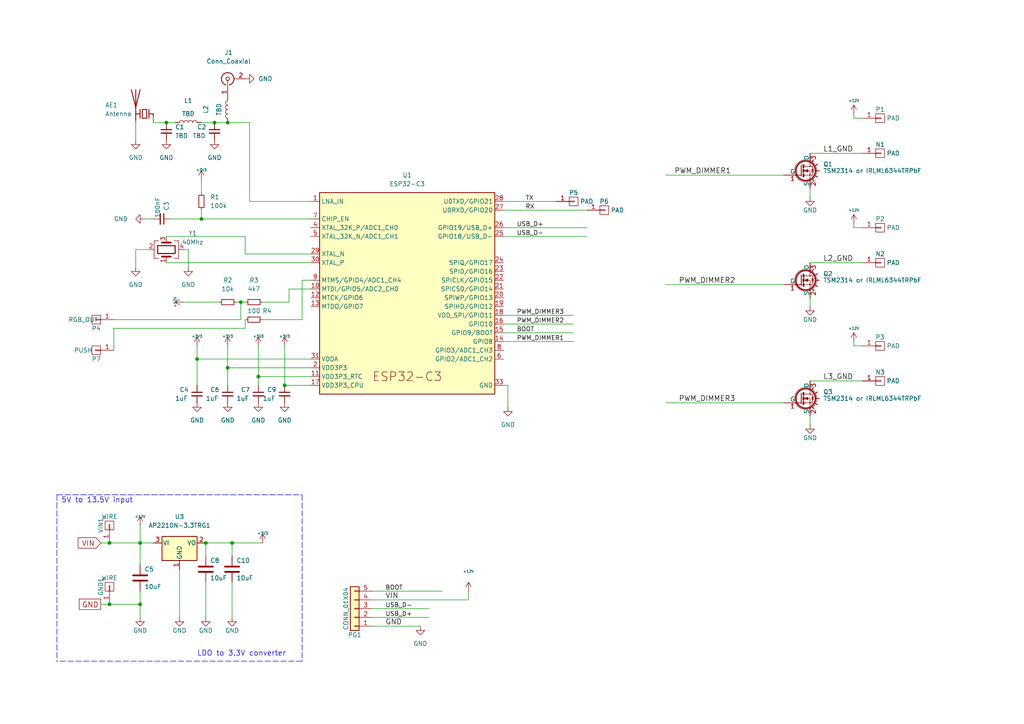
<source format=kicad_sch>
(kicad_sch (version 20211123) (generator eeschema)
  (paper "A4")
  (lib_symbols
    (symbol "Connector:Conn_Coaxial" (pin_names (offset 1.016) hide)
      (property "Reference" "J" (at 0.254 3.048 0))
      (property "Value" "Conn_Coaxial" (at 2.921 0 90))
      (symbol "Conn_Coaxial_0_1"
        (arc (start -1.778 -0.508) (mid 0.2311 -1.8066) (end 1.778 0) (stroke (width 0.254)))
        (polyline (pts (xy -2.54 0) (xy -0.508 0)))
        (polyline (pts (xy 0 -2.54) (xy 0 -1.778)))
        (circle (center 0 0) (radius 0.508) (stroke (width 0.2032)))
        (arc (start 1.778 0) (mid 0.2099 1.8101) (end -1.778 0.508) (stroke (width 0.254)))
      )
      (symbol "Conn_Coaxial_1_1"
        (pin passive line (at -5.08 0 0) (length 2.54) (name "In") (number "1"))
        (pin passive line (at 0 -5.08 90) (length 2.54) (name "Ext") (number "2"))
      )
    )
    (symbol "Connector_Generic:Conn_01x05" (pin_names (offset 1.016) hide)
      (property "Reference" "J" (at 0 7.62 0))
      (property "Value" "Conn_01x05" (at 0 -7.62 0))
      (symbol "Conn_01x05_1_1"
        (rectangle (start -1.27 -4.953) (end 0 -5.207) (stroke (width 0.1524)))
        (rectangle (start -1.27 -2.413) (end 0 -2.667) (stroke (width 0.1524)))
        (rectangle (start -1.27 0.127) (end 0 -0.127) (stroke (width 0.1524)))
        (rectangle (start -1.27 2.667) (end 0 2.413) (stroke (width 0.1524)))
        (rectangle (start -1.27 5.207) (end 0 4.953) (stroke (width 0.1524)))
        (rectangle (start -1.27 6.35) (end 1.27 -6.35) (stroke (width 0.254)) (fill (type background)))
        (pin passive line (at -5.08 5.08 0) (length 3.81) (name "Pin_1") (number "1"))
        (pin passive line (at -5.08 2.54 0) (length 3.81) (name "Pin_2") (number "2"))
        (pin passive line (at -5.08 0 0) (length 3.81) (name "Pin_3") (number "3"))
        (pin passive line (at -5.08 -2.54 0) (length 3.81) (name "Pin_4") (number "4"))
        (pin passive line (at -5.08 -5.08 0) (length 3.81) (name "Pin_5") (number "5"))
      )
    )
    (symbol "Device:Antenna_Chip" (pin_numbers hide) (pin_names (offset 1.016) hide)
      (property "Reference" "AE" (at 0 5.08 0))
      (property "Value" "Antenna_Chip" (at 0 3.175 0))
      (symbol "Antenna_Chip_0_1"
        (polyline (pts (xy -2.54 0) (xy -2.54 -0.635)) (stroke (width 0.254)))
        (polyline (pts (xy -2.54 0) (xy -1.27 0)) (stroke (width 0.254)))
        (polyline (pts (xy 1.27 0) (xy 2.54 0)) (stroke (width 0.254)))
        (polyline (pts (xy 1.27 1.27) (xy 1.27 -1.27)) (stroke (width 0.254)))
        (polyline (pts (xy 2.54 -0.635) (xy 2.54 0)))
        (polyline (pts (xy 2.54 6.985) (xy 2.54 -1.905)) (stroke (width 0.254)))
        (polyline (pts (xy -1.27 1.27) (xy -1.27 -1.27) (xy -1.27 0)) (stroke (width 0.254)))
        (polyline (pts (xy 3.81 6.985) (xy 2.54 1.905) (xy 1.27 6.985)) (stroke (width 0.254)))
        (polyline (pts (xy -0.635 1.27) (xy 0.635 1.27) (xy 0.635 -1.27) (xy -0.635 -1.27) (xy -0.635 1.27)) (stroke (width 0.254)))
      )
      (symbol "Antenna_Chip_1_1"
        (pin input line (at -2.54 -2.54 90) (length 2.54) (name "FEED") (number "1"))
        (pin passive line (at 2.54 -2.54 90) (length 2.54) (name "PCB_Trace") (number "2"))
      )
    )
    (symbol "Device:C_Small" (pin_numbers hide) (pin_names (offset 0.254) hide)
      (property "Reference" "C" (at 0.254 1.778 0))
      (property "Value" "C_Small" (at 0.254 -2.032 0))
      (symbol "C_Small_0_1"
        (polyline (pts (xy -1.524 -0.508) (xy 1.524 -0.508)) (stroke (width 0.3302)))
        (polyline (pts (xy -1.524 0.508) (xy 1.524 0.508)) (stroke (width 0.3048)))
      )
      (symbol "C_Small_1_1"
        (pin passive line (at 0 2.54 270) (length 2.032) (name "~") (number "1"))
        (pin passive line (at 0 -2.54 90) (length 2.032) (name "~") (number "2"))
      )
    )
    (symbol "Device:Crystal_GND24" (pin_names (offset 1.016) hide)
      (property "Reference" "Y" (at 3.175 5.08 0))
      (property "Value" "Crystal_GND24" (at 3.175 3.175 0))
      (symbol "Crystal_GND24_0_1"
        (rectangle (start -1.143 2.54) (end 1.143 -2.54) (stroke (width 0.3048)))
        (polyline (pts (xy -2.54 0) (xy -2.032 0)))
        (polyline (pts (xy -2.032 -1.27) (xy -2.032 1.27)) (stroke (width 0.508)))
        (polyline (pts (xy 0 -3.81) (xy 0 -3.556)))
        (polyline (pts (xy 0 3.556) (xy 0 3.81)))
        (polyline (pts (xy 2.032 -1.27) (xy 2.032 1.27)) (stroke (width 0.508)))
        (polyline (pts (xy 2.032 0) (xy 2.54 0)))
        (polyline (pts (xy -2.54 -2.286) (xy -2.54 -3.556) (xy 2.54 -3.556) (xy 2.54 -2.286)))
        (polyline (pts (xy -2.54 2.286) (xy -2.54 3.556) (xy 2.54 3.556) (xy 2.54 2.286)))
      )
      (symbol "Crystal_GND24_1_1"
        (pin passive line (at -3.81 0 0) (length 1.27) (name "1") (number "1"))
        (pin passive line (at 0 5.08 270) (length 1.27) (name "2") (number "2"))
        (pin passive line (at 3.81 0 180) (length 1.27) (name "3") (number "3"))
        (pin passive line (at 0 -5.08 90) (length 1.27) (name "4") (number "4"))
      )
    )
    (symbol "Device:L" (pin_numbers hide) (pin_names (offset 1.016) hide)
      (property "Reference" "L" (at -1.27 0 90))
      (property "Value" "L" (at 1.905 0 90))
      (symbol "L_0_1"
        (arc (start 0 -2.54) (mid 0.635 -1.905) (end 0 -1.27))
        (arc (start 0 -1.27) (mid 0.635 -0.635) (end 0 0))
        (arc (start 0 0) (mid 0.635 0.635) (end 0 1.27))
        (arc (start 0 1.27) (mid 0.635 1.905) (end 0 2.54))
      )
      (symbol "L_1_1"
        (pin passive line (at 0 3.81 270) (length 1.27) (name "1") (number "1"))
        (pin passive line (at 0 -3.81 90) (length 1.27) (name "2") (number "2"))
      )
    )
    (symbol "Device:R_Small" (pin_numbers hide) (pin_names (offset 0.254) hide)
      (property "Reference" "R" (at 0.762 0.508 0))
      (property "Value" "R_Small" (at 0.762 -1.016 0))
      (symbol "R_Small_0_1"
        (rectangle (start -0.762 1.778) (end 0.762 -1.778) (stroke (width 0.2032)))
      )
      (symbol "R_Small_1_1"
        (pin passive line (at 0 2.54 270) (length 0.762) (name "~") (number "1"))
        (pin passive line (at 0 -2.54 90) (length 0.762) (name "~") (number "2"))
      )
    )
    (symbol "Espressif:ESP32-C3"
      (property "Reference" "U" (at -25.4 35.56 0))
      (property "Value" "ESP32-C3" (at -25.4 33.02 0))
      (symbol "ESP32-C3_0_0"
        (text "ESP32-C3" (at 0 -22.86 0) (effects (font (size 2.54 2.54))))
        (pin bidirectional line (at -27.94 27.94 0) (length 2.54) (name "LNA_IN") (number "1"))
        (pin bidirectional line (at -27.94 2.54 0) (length 2.54) (name "MTDI/GPIO5/ADC2_CH0") (number "10"))
        (pin power_in line (at -27.94 -22.86 0) (length 2.54) (name "VDD3P3_RTC") (number "11"))
        (pin bidirectional line (at -27.94 0 0) (length 2.54) (name "MTCK/GPIO6") (number "12"))
        (pin bidirectional line (at -27.94 -2.54 0) (length 2.54) (name "MTDO/GPIO7") (number "13"))
        (pin bidirectional line (at 27.94 -12.7 180) (length 2.54) (name "GPIO8") (number "14"))
        (pin bidirectional line (at 27.94 -10.16 180) (length 2.54) (name "GPIO9/BOOT") (number "15"))
        (pin bidirectional line (at 27.94 -7.62 180) (length 2.54) (name "GPIO10") (number "16"))
        (pin power_in line (at -27.94 -25.4 0) (length 2.54) (name "VDD3P3_CPU") (number "17"))
        (pin bidirectional line (at 27.94 -5.08 180) (length 2.54) (name "VDD_SPI/GPIO11") (number "18"))
        (pin bidirectional line (at 27.94 -2.54 180) (length 2.54) (name "SPIHD/GPIO12") (number "19"))
        (pin power_in line (at -27.94 -20.32 0) (length 2.54) (name "VDD3P3") (number "2"))
        (pin bidirectional line (at 27.94 0 180) (length 2.54) (name "SPIWP/GPIO13") (number "20"))
        (pin bidirectional line (at 27.94 2.54 180) (length 2.54) (name "SPICS0/GPIO14") (number "21"))
        (pin bidirectional line (at 27.94 5.08 180) (length 2.54) (name "SPICLK/GPIO15") (number "22"))
        (pin bidirectional line (at 27.94 7.62 180) (length 2.54) (name "SPID/GPIO16") (number "23"))
        (pin bidirectional line (at 27.94 10.16 180) (length 2.54) (name "SPIQ/GPIO17") (number "24"))
        (pin bidirectional line (at 27.94 17.78 180) (length 2.54) (name "GPIO18/USB_D-") (number "25"))
        (pin bidirectional line (at 27.94 20.32 180) (length 2.54) (name "GPIO19/USB_D+") (number "26"))
        (pin bidirectional line (at 27.94 25.4 180) (length 2.54) (name "U0RXD/GPIO20") (number "27"))
        (pin bidirectional line (at 27.94 27.94 180) (length 2.54) (name "U0TXD/GPIO21") (number "28"))
        (pin output line (at -27.94 12.7 0) (length 2.54) (name "XTAL_N") (number "29"))
        (pin input line (at -27.94 10.16 0) (length 2.54) (name "XTAL_P") (number "30"))
        (pin power_in line (at -27.94 -17.78 0) (length 2.54) (name "VDDA") (number "31"))
        (pin power_in line (at 27.94 -25.4 180) (length 2.54) (name "GND") (number "33"))
        (pin output line (at -27.94 20.32 0) (length 2.54) (name "XTAL_32K_P/ADC1_CH0") (number "4"))
        (pin input line (at -27.94 17.78 0) (length 2.54) (name "XTAL_32K_N/ADC1_CH1") (number "5"))
        (pin bidirectional line (at 27.94 -17.78 180) (length 2.54) (name "GPIO2/ADC1_CH2") (number "6"))
        (pin input line (at -27.94 22.86 0) (length 2.54) (name "CHIP_EN") (number "7"))
        (pin bidirectional line (at 27.94 -15.24 180) (length 2.54) (name "GPIO3/ADC1_CH3") (number "8"))
        (pin bidirectional line (at -27.94 5.08 0) (length 2.54) (name "MTMS/GPIO4/ADC1_CH4") (number "9"))
      )
      (symbol "ESP32-C3_0_1"
        (rectangle (start -25.4 30.48) (end 25.4 -27.94) (stroke (width 0.254)) (fill (type background)))
        (pin passive line (at -27.94 -20.32 0) (length 2.54) hide (name "VDD3P3") (number "3"))
        (pin passive line (at -27.94 -17.78 0) (length 2.54) hide (name "VDDA") (number "32"))
      )
    )
    (symbol "Regulator_Linear:APE8865N-33-HF-3" (pin_names (offset 0.254))
      (property "Reference" "U" (at -3.81 3.175 0))
      (property "Value" "APE8865N-33-HF-3" (at 0 3.175 0))
      (symbol "APE8865N-33-HF-3_0_1"
        (rectangle (start -5.08 1.905) (end 5.08 -5.08) (stroke (width 0.254)) (fill (type background)))
      )
      (symbol "APE8865N-33-HF-3_1_1"
        (pin power_in line (at 0 -7.62 90) (length 2.54) (name "GND") (number "1"))
        (pin power_out line (at 7.62 0 180) (length 2.54) (name "VO") (number "2"))
        (pin power_in line (at -7.62 0 0) (length 2.54) (name "VI") (number "3"))
      )
    )
    (symbol "ledboard-rescue:+12V" (power) (pin_names (offset 0))
      (property "Value" "+12V" (at 0 3.556 0))
      (symbol "+12V_0_1"
        (polyline (pts (xy -0.762 1.27) (xy 0 2.54)))
        (polyline (pts (xy 0 0) (xy 0 2.54)))
        (polyline (pts (xy 0 2.54) (xy 0.762 1.27)))
      )
      (symbol "+12V_1_1"
        (pin power_in line (at 0 0 90) (length 0) hide (name "+12V") (number "1"))
      )
    )
    (symbol "ledboard-rescue:+3.3V" (power) (pin_names (offset 0))
      (property "Value" "+3.3V" (at 0 3.556 0))
      (symbol "+3.3V_0_1"
        (polyline (pts (xy -0.762 1.27) (xy 0 2.54)))
        (polyline (pts (xy 0 0) (xy 0 2.54)))
        (polyline (pts (xy 0 2.54) (xy 0.762 1.27)))
      )
      (symbol "+3.3V_1_1"
        (pin power_in line (at 0 0 90) (length 0) hide (name "+3V3") (number "1"))
      )
    )
    (symbol "ledboard-rescue:C" (pin_numbers hide) (pin_names (offset 0.254))
      (property "Reference" "C" (at 0.635 2.54 0))
      (property "Value" "C" (at 0.635 -2.54 0))
      (symbol "C_0_1"
        (polyline (pts (xy -2.032 -0.762) (xy 2.032 -0.762)) (stroke (width 0.508)))
        (polyline (pts (xy -2.032 0.762) (xy 2.032 0.762)) (stroke (width 0.508)))
      )
      (symbol "C_1_1"
        (pin passive line (at 0 3.81 270) (length 2.794) (name "~") (number "1"))
        (pin passive line (at 0 -3.81 90) (length 2.794) (name "~") (number "2"))
      )
    )
    (symbol "ledboard-rescue:CONN_01X01" (pin_names (offset 1.016) hide)
      (property "Reference" "P" (at 0 2.54 0))
      (property "Value" "CONN_01X01" (at 2.54 0 90))
      (symbol "CONN_01X01_0_1"
        (rectangle (start -1.27 0.127) (end 0.254 -0.127))
        (rectangle (start -1.27 1.27) (end 1.27 -1.27))
      )
      (symbol "CONN_01X01_1_1"
        (pin passive line (at -5.08 0 0) (length 3.81) (name "P1") (number "1"))
      )
    )
    (symbol "ledboard-rescue:GND" (power) (pin_names (offset 0))
      (property "Value" "GND" (at 0 -3.81 0))
      (symbol "GND_0_1"
        (polyline (pts (xy 0 0) (xy 0 -1.27) (xy 1.27 -1.27) (xy 0 -2.54) (xy -1.27 -1.27) (xy 0 -1.27)))
      )
      (symbol "GND_1_1"
        (pin power_in line (at 0 0 270) (length 0) hide (name "GND") (number "1"))
      )
    )
    (symbol "ledboard-rescue:TSM2314" (pin_names (offset 0))
      (property "Reference" "Q" (at 6.35 1.905 0))
      (property "Value" "TSM2314" (at 6.35 0 0))
      (property "Footprint" "SOT-23" (at 6.35 -1.905 0))
      (symbol "TSM2314_0_1"
        (polyline (pts (xy 0.635 -1.016) (xy 0.635 -1.651)) (stroke (width 0.508)))
        (polyline (pts (xy 0.635 0.381) (xy 0.635 -0.381)) (stroke (width 0.508)))
        (polyline (pts (xy 0.635 1.651) (xy 0.635 1.016)) (stroke (width 0.508)))
        (polyline (pts (xy 3.048 0.381) (xy 2.921 0.254)))
        (polyline (pts (xy 3.048 0.381) (xy 3.556 0.381)))
        (polyline (pts (xy 3.175 2.667) (xy 3.556 3.175)) (stroke (width 0.254)))
        (polyline (pts (xy 3.302 -2.54) (xy 3.683 -3.048)) (stroke (width 0.254)))
        (polyline (pts (xy 3.556 0.381) (xy 3.683 0.508)))
        (polyline (pts (xy 4.191 -1.524) (xy 4.699 -1.778)) (stroke (width 0.254)))
        (polyline (pts (xy 4.191 1.524) (xy 4.699 1.905)) (stroke (width 0.254)))
        (polyline (pts (xy 4.445 0) (xy 5.207 0)) (stroke (width 0.254)))
        (polyline (pts (xy 0 1.524) (xy 0 -1.524) (xy 0 -1.524)) (stroke (width 0.254)))
        (polyline (pts (xy 0.762 -1.27) (xy 2.54 -1.27) (xy 2.54 -2.54) (xy 2.54 -2.54)))
        (polyline (pts (xy 0.762 1.27) (xy 2.54 1.27) (xy 2.54 2.54) (xy 2.54 2.54)))
        (polyline (pts (xy 2.54 1.27) (xy 3.302 1.27) (xy 3.302 -1.27) (xy 2.54 -1.27)))
        (polyline (pts (xy 3.302 0.381) (xy 3.048 -0.254) (xy 3.556 -0.254) (xy 3.302 0.381)) (fill (type outline)))
        (polyline (pts (xy 0.762 0) (xy 1.27 0) (xy 2.54 0) (xy 2.54 -1.27) (xy 2.54 -1.27)))
        (polyline (pts (xy 0.889 0) (xy 1.905 0.381) (xy 1.905 -0.381) (xy 0.889 0) (xy 1.016 0) (xy 1.016 0)) (fill (type outline)))
        (circle (center 1.27 0) (radius 2.8194) (stroke (width 0.3556)))
        (circle (center 1.27 0) (radius 3.175))
        (circle (center 2.54 -1.27) (radius 0.127))
        (circle (center 2.54 1.27) (radius 0.127))
      )
      (symbol "TSM2314_1_1"
        (pin input line (at -5.08 -1.27 0) (length 5.08) (name "G") (number "1"))
        (pin passive line (at 2.54 -5.08 90) (length 2.54) (name "S") (number "2"))
        (pin passive line (at 2.54 5.08 270) (length 2.54) (name "D") (number "3"))
      )
    )
    (symbol "power:GND" (power) (pin_names (offset 0))
      (property "Value" "GND" (at 0 -3.81 0))
      (symbol "GND_0_1"
        (polyline (pts (xy 0 0) (xy 0 -1.27) (xy 1.27 -1.27) (xy 0 -2.54) (xy -1.27 -1.27) (xy 0 -1.27)))
      )
      (symbol "GND_1_1"
        (pin power_in line (at 0 0 270) (length 0) hide (name "GND") (number "1"))
      )
    )
  )
  (junction (at 40.64 175.26))
  (junction (at 59.69 157.48))
  (junction (at 31.75 175.26))
  (junction (at 82.55 111.76))
  (junction (at 67.31 157.48))
  (junction (at 40.64 157.48))
  (junction (at 57.15 104.14))
  (junction (at 74.93 109.22))
  (junction (at 48.26 35.56))
  (junction (at 69.85 87.63))
  (junction (at 31.75 157.48))
  (junction (at 62.23 35.56))
  (junction (at 66.04 106.68))
  (junction (at 66.04 35.56))
  (junction (at 58.42 63.5))
  (wire (pts (xy 57.15 104.14) (xy 90.17 104.14)))
  (wire (pts (xy 146.05 91.44) (xy 166.37 91.44)))
  (wire (pts (xy 227.33 50.8) (xy 193.04 50.8)))
  (wire (pts (xy 41.91 63.5) (xy 44.45 63.5)))
  (wire (pts (xy 29.21 157.48) (xy 31.75 157.48)))
  (wire (pts (xy 33.02 95.25) (xy 33.02 101.6)))
  (wire (pts (xy 71.12 73.66) (xy 90.17 73.66)))
  (wire (pts (xy 58.42 60.96) (xy 58.42 63.5)))
  (wire (pts (xy 107.95 179.07) (xy 124.46 179.07)))
  (wire (pts (xy 87.63 92.71) (xy 87.63 81.28)))
  (wire (pts (xy 66.04 35.56) (xy 72.39 35.56)))
  (wire (pts (xy 67.31 168.91) (xy 67.31 179.07)))
  (wire (pts (xy 146.05 111.76) (xy 147.32 111.76)))
  (wire (pts (xy 71.12 92.71) (xy 71.12 95.25)))
  (wire (pts (xy 39.37 72.39) (xy 39.37 77.47)))
  (wire (pts (xy 39.37 35.56) (xy 39.37 40.64)))
  (wire (pts (xy 234.95 44.45) (xy 250.19 44.45)))
  (wire (pts (xy 90.17 109.22) (xy 74.93 109.22)))
  (wire (pts (xy 52.07 165.1) (xy 52.07 179.07)))
  (wire (pts (xy 146.05 96.52) (xy 166.37 96.52)))
  (wire (pts (xy 107.95 176.53) (xy 124.46 176.53)))
  (wire (pts (xy 53.34 87.63) (xy 63.5 87.63)))
  (wire (pts (xy 72.39 58.42) (xy 72.39 35.56)))
  (wire (pts (xy 57.15 104.14) (xy 57.15 111.76)))
  (wire (pts (xy 76.2 92.71) (xy 87.63 92.71)))
  (polyline (pts (xy 87.63 191.77) (xy 16.51 191.77)))
  (wire (pts (xy 48.26 35.56) (xy 50.8 35.56)))
  (wire (pts (xy 58.42 35.56) (xy 62.23 35.56)))
  (wire (pts (xy 31.75 175.26) (xy 40.64 175.26)))
  (wire (pts (xy 69.85 87.63) (xy 71.12 87.63)))
  (wire (pts (xy 31.75 157.48) (xy 40.64 157.48)))
  (wire (pts (xy 74.93 109.22) (xy 74.93 111.76)))
  (wire (pts (xy 74.93 100.33) (xy 74.93 109.22)))
  (wire (pts (xy 247.65 66.04) (xy 250.19 66.04)))
  (wire (pts (xy 247.65 64.77) (xy 247.65 66.04)))
  (wire (pts (xy 71.12 68.58) (xy 71.12 73.66)))
  (wire (pts (xy 40.64 152.4) (xy 40.64 157.48)))
  (wire (pts (xy 247.65 100.33) (xy 250.19 100.33)))
  (wire (pts (xy 234.95 123.19) (xy 234.95 120.65)))
  (wire (pts (xy 44.45 35.56) (xy 48.26 35.56)))
  (wire (pts (xy 107.95 181.61) (xy 121.92 181.61)))
  (wire (pts (xy 234.95 110.49) (xy 250.19 110.49)))
  (wire (pts (xy 53.34 72.39) (xy 54.61 72.39)))
  (wire (pts (xy 57.15 100.33) (xy 57.15 104.14)))
  (wire (pts (xy 62.23 35.56) (xy 66.04 35.56)))
  (wire (pts (xy 40.64 157.48) (xy 44.45 157.48)))
  (wire (pts (xy 59.69 157.48) (xy 67.31 157.48)))
  (wire (pts (xy 49.53 63.5) (xy 58.42 63.5)))
  (wire (pts (xy 227.33 116.84) (xy 193.04 116.84)))
  (polyline (pts (xy 16.51 143.51) (xy 16.51 191.77)))
  (wire (pts (xy 69.85 92.71) (xy 69.85 87.63)))
  (wire (pts (xy 59.69 157.48) (xy 59.69 161.29)))
  (wire (pts (xy 146.05 99.06) (xy 166.37 99.06)))
  (wire (pts (xy 146.05 58.42) (xy 161.29 58.42)))
  (wire (pts (xy 107.95 171.45) (xy 128.27 171.45)))
  (wire (pts (xy 87.63 81.28) (xy 90.17 81.28)))
  (wire (pts (xy 83.82 83.82) (xy 90.17 83.82)))
  (wire (pts (xy 107.95 173.99) (xy 135.89 173.99)))
  (wire (pts (xy 48.26 68.58) (xy 71.12 68.58)))
  (wire (pts (xy 67.31 157.48) (xy 76.2 157.48)))
  (wire (pts (xy 135.89 171.45) (xy 135.89 173.99)))
  (wire (pts (xy 29.21 175.26) (xy 31.75 175.26)))
  (wire (pts (xy 72.39 58.42) (xy 90.17 58.42)))
  (wire (pts (xy 82.55 111.76) (xy 90.17 111.76)))
  (polyline (pts (xy 16.51 143.51) (xy 87.63 143.51)))
  (wire (pts (xy 58.42 52.07) (xy 58.42 55.88)))
  (wire (pts (xy 43.18 72.39) (xy 39.37 72.39)))
  (wire (pts (xy 40.64 175.26) (xy 40.64 179.07)))
  (wire (pts (xy 146.05 66.04) (xy 170.18 66.04)))
  (wire (pts (xy 71.12 95.25) (xy 33.02 95.25)))
  (wire (pts (xy 247.65 33.02) (xy 247.65 34.29)))
  (wire (pts (xy 58.42 63.5) (xy 90.17 63.5)))
  (wire (pts (xy 48.26 76.2) (xy 90.17 76.2)))
  (wire (pts (xy 83.82 87.63) (xy 83.82 83.82)))
  (wire (pts (xy 247.65 99.06) (xy 247.65 100.33)))
  (wire (pts (xy 40.64 157.48) (xy 40.64 163.83)))
  (wire (pts (xy 146.05 93.98) (xy 166.37 93.98)))
  (wire (pts (xy 146.05 60.96) (xy 170.18 60.96)))
  (wire (pts (xy 67.31 157.48) (xy 67.31 161.29)))
  (wire (pts (xy 90.17 106.68) (xy 66.04 106.68)))
  (wire (pts (xy 66.04 100.33) (xy 66.04 106.68)))
  (wire (pts (xy 76.2 87.63) (xy 83.82 87.63)))
  (wire (pts (xy 54.61 72.39) (xy 54.61 77.47)))
  (wire (pts (xy 247.65 34.29) (xy 250.19 34.29)))
  (wire (pts (xy 66.04 106.68) (xy 66.04 111.76)))
  (wire (pts (xy 33.02 92.71) (xy 69.85 92.71)))
  (wire (pts (xy 59.69 168.91) (xy 59.69 179.07)))
  (wire (pts (xy 146.05 68.58) (xy 170.18 68.58)))
  (wire (pts (xy 227.33 82.55) (xy 193.04 82.55)))
  (wire (pts (xy 82.55 100.33) (xy 82.55 111.76)))
  (wire (pts (xy 234.95 88.9) (xy 234.95 86.36)))
  (wire (pts (xy 40.64 171.45) (xy 40.64 175.26)))
  (wire (pts (xy 147.32 111.76) (xy 147.32 118.11)))
  (wire (pts (xy 234.95 57.15) (xy 234.95 54.61)))
  (wire (pts (xy 68.58 87.63) (xy 69.85 87.63)))
  (polyline (pts (xy 87.63 143.51) (xy 87.63 191.77)))
  (wire (pts (xy 234.95 76.2) (xy 250.19 76.2)))
  (text "LDO to 3.3V converter" (at 57.15 190.5 0) (effects (font (size 1.524 1.524)) (justify left bottom)))
  (text "5V to 13.5V input" (at 17.78 146.05 0) (effects (font (size 1.524 1.524)) (justify left bottom)))
  (label "USB_D-" (at 149.86 68.58 0))
  (label "USB_D-" (at 111.76 176.53 0))
  (label "PWM_DIMMER1" (at 149.86 99.06 0))
  (label "PWM_DIMMER3" (at 149.86 91.44 0))
  (label "TX" (at 152.4 58.42 0))
  (label "PWM_DIMMER1" (at 195.58 50.8 0) (effects (font (size 1.524 1.524))))
  (label "PWM_DIMMER3" (at 196.85 116.84 0) (effects (font (size 1.524 1.524))))
  (label "L1_GND" (at 238.76 44.45 0) (effects (font (size 1.524 1.524))))
  (label "RX" (at 152.4 60.96 0))
  (label "L2_GND" (at 238.76 76.2 0) (effects (font (size 1.524 1.524))))
  (label "USB_D+" (at 149.86 66.04 0))
  (label "BOOT" (at 111.76 171.45 0))
  (label "PWM_DIMMER2" (at 149.86 93.98 0))
  (label "PWM_DIMMER2" (at 196.85 82.55 0) (effects (font (size 1.524 1.524))))
  (label "VIN" (at 111.76 173.99 0) (effects (font (size 1.524 1.524))))
  (label "BOOT" (at 149.86 96.52 0))
  (label "USB_D+" (at 111.76 179.07 0))
  (label "GND" (at 111.76 181.61 0) (effects (font (size 1.524 1.524))))
  (label "L3_GND" (at 238.76 110.49 0) (effects (font (size 1.524 1.524))))
  (global_label "GND" (shape passive) (at 29.21 175.26 180) (effects (font (size 1.524 1.524))) (property "Intersheet References" "${INTERSHEET_REFS}" (effects hide)))
  (global_label "VIN" (shape input) (at 29.21 157.48 180) (effects (font (size 1.524 1.524))) (property "Intersheet References" "${INTERSHEET_REFS}" (effects hide)))
  (symbol (lib_id "power:GND") (at 66.04 116.84 0) (unit 1)
    (property "Reference" "#PWR07" (effects hide))
    (property "Value" "GND" (at 66.04 121.92 0))
  )
  (symbol (lib_id "Device:R_Small") (at 66.04 87.63 90) (unit 1)
    (property "Reference" "R2" (at 66.04 81.28 90))
    (property "Value" "10k" (at 66.04 83.82 90))
    (property "Footprint" "Resistor_SMD:R_0402_1005Metric" (effects hide))
  )
  (symbol (lib_id "power:GND") (at 48.26 40.64 0) (unit 1)
    (property "Reference" "#PWR0106" (effects hide))
    (property "Value" "GND" (at 48.26 45.72 0))
  )
  (symbol (lib_id "Device:R_Small") (at 73.66 87.63 90) (unit 1)
    (property "Reference" "R3" (at 73.66 81.28 90))
    (property "Value" "4k7" (at 73.66 83.82 90))
    (property "Footprint" "Resistor_SMD:R_0402_1005Metric" (effects hide))
  )
  (symbol (lib_id "power:GND") (at 147.32 118.11 0) (unit 1)
    (property "Reference" "#PWR0103" (effects hide))
    (property "Value" "GND" (at 147.32 123.19 0))
  )
  (symbol (lib_id "Device:R_Small") (at 73.66 92.71 90) (unit 1)
    (property "Reference" "R4" (at 77.47 90.17 90))
    (property "Value" "100" (at 73.66 90.17 90))
    (property "Footprint" "Resistor_SMD:R_0402_1005Metric" (effects hide))
  )
  (symbol (lib_id "ledboard-rescue:+12V") (at 135.89 171.45 0) (unit 1)
    (property "Reference" "#U04" (effects hide))
    (property "Value" "+12V" (at 135.89 165.735 0) (effects (font (size 0.762 0.762))))
  )
  (symbol (lib_id "Device:Crystal_GND24") (at 48.26 72.39 90) (unit 1)
    (property "Reference" "Y1" (at 55.88 67.691 90))
    (property "Value" "40Mhz" (at 55.88 70.231 90))
    (property "Footprint" "Crystal:Crystal_SMD_2520-4Pin_2.5x2.0mm" (effects hide))
  )
  (symbol (lib_id "ledboard-rescue:+3.3V") (at 76.2 157.48 0) (unit 1)
    (property "Reference" "#PWR015" (effects hide))
    (property "Value" "+3.3V" (at 76.2 154.686 0) (effects (font (size 0.762 0.762))))
  )
  (symbol (lib_id "ledboard-rescue:+3.3V") (at 58.42 52.07 0) (unit 1)
    (property "Reference" "#PWR05" (effects hide))
    (property "Value" "+3.3V" (at 58.42 49.276 0) (effects (font (size 0.762 0.762))))
  )
  (symbol (lib_id "ledboard-rescue:CONN_01X01") (at 31.75 170.18 90) (unit 1)
    (property "Reference" "GND1" (at 29.21 170.18 0))
    (property "Value" "WIRE" (at 31.75 167.64 90))
    (property "Footprint" "Connector_Wire:SolderWire-1.5sqmm_1x01_D1.7mm_OD3.9mm" (effects hide))
  )
  (symbol (lib_id "Connector:Conn_Coaxial") (at 66.04 22.86 90) (unit 1)
    (property "Reference" "J1" (at 66.3332 15.24 90))
    (property "Value" "Conn_Coaxial" (at 66.3332 17.78 90))
    (property "Footprint" "RF:coaxial_u.fl-r-smt-1" (effects hide))
    (property "Datasheet" " ~" (effects hide))
  )
  (symbol (lib_id "ledboard-rescue:TSM2314") (at 232.41 49.53 0) (unit 1)
    (property "Reference" "Q1" (at 238.76 47.625 0) (effects (justify left)))
    (property "Value" "TSM2314 or IRLML6344TRPbF" (at 238.76 49.53 0) (effects (justify left)))
    (property "Footprint" "Package_TO_SOT_SMD:SOT-23" (effects hide))
  )
  (symbol (lib_id "power:GND") (at 57.15 116.84 0) (unit 1)
    (property "Reference" "#PWR03" (effects hide))
    (property "Value" "GND" (at 57.15 121.92 0))
  )
  (symbol (lib_id "ledboard-rescue:GND") (at 234.95 123.19 0) (unit 1)
    (property "Reference" "#PWR019" (effects hide))
    (property "Value" "GND" (at 234.95 127 0))
  )
  (symbol (lib_id "ledboard-rescue:GND") (at 234.95 57.15 0) (unit 1)
    (property "Reference" "#PWR017" (effects hide))
    (property "Value" "GND" (at 234.95 60.96 0))
  )
  (symbol (lib_id "ledboard-rescue:+12V") (at 53.34 87.63 90) (unit 1)
    (property "Reference" "#U0101" (effects hide))
    (property "Value" "+12V" (at 50.8 87.63 0) (effects (font (size 0.762 0.762))))
  )
  (symbol (lib_id "Device:C_Small") (at 74.93 114.3 0) (unit 1)
    (property "Reference" "C7" (at 69.85 113.03 0) (effects (justify left)))
    (property "Value" "1uF" (at 68.58 115.57 0) (effects (justify left)))
    (property "Footprint" "Capacitor_SMD:C_0402_1005Metric" (effects hide))
  )
  (symbol (lib_id "ledboard-rescue:CONN_01X01") (at 27.94 92.71 180) (unit 1)
    (property "Reference" "P4" (at 27.94 95.25 0))
    (property "Value" "RGB_OUT" (at 24.13 92.71 0))
    (property "Footprint" "Connector_Wire:SolderWire-0.5sqmm_1x01_D0.9mm_OD2.1mm" (effects hide))
  )
  (symbol (lib_id "ledboard-rescue:TSM2314") (at 232.41 81.28 0) (unit 1)
    (property "Reference" "Q2" (at 238.76 79.375 0) (effects (justify left)))
    (property "Value" "TSM2314 or IRLML6344TRPbF" (at 238.76 81.28 0) (effects (justify left)))
    (property "Footprint" "Package_TO_SOT_SMD:SOT-23" (effects hide))
  )
  (symbol (lib_id "ledboard-rescue:C") (at 59.69 165.1 0) (unit 1)
    (property "Reference" "C8" (at 60.96 162.56 0) (effects (justify left)))
    (property "Value" "10uF" (at 60.96 167.64 0) (effects (justify left)))
    (property "Footprint" "Capacitor_SMD:C_0603_1608Metric" (effects hide))
  )
  (symbol (lib_id "Device:C_Small") (at 62.23 38.1 0) (unit 1)
    (property "Reference" "C2" (at 57.15 36.83 0) (effects (justify left)))
    (property "Value" "TBD" (at 55.88 39.37 0) (effects (justify left)))
    (property "Footprint" "Capacitor_SMD:C_0402_1005Metric" (effects hide))
  )
  (symbol (lib_id "ledboard-rescue:CONN_01X01") (at 255.27 76.2 0) (unit 1)
    (property "Reference" "N2" (at 255.27 73.66 0))
    (property "Value" "PAD" (at 259.08 76.2 0))
    (property "Footprint" "Connector_Wire:SolderWire-0.5sqmm_1x01_D0.9mm_OD2.1mm" (effects hide))
  )
  (symbol (lib_id "Device:R_Small") (at 58.42 58.42 0) (unit 1)
    (property "Reference" "R1" (at 60.96 57.1499 0) (effects (justify left)))
    (property "Value" "100k" (at 60.96 59.6899 0) (effects (justify left)))
    (property "Footprint" "Resistor_SMD:R_0402_1005Metric" (effects hide))
  )
  (symbol (lib_id "ledboard-rescue:+3.3V") (at 66.04 100.33 0) (unit 1)
    (property "Reference" "#PWR06" (effects hide))
    (property "Value" "+3.3V" (at 66.04 97.536 0) (effects (font (size 0.762 0.762))))
  )
  (symbol (lib_id "ledboard-rescue:+12V") (at 40.64 152.4 0) (unit 1)
    (property "Reference" "#U02" (effects hide))
    (property "Value" "+12V" (at 40.64 149.86 0) (effects (font (size 0.762 0.762))))
  )
  (symbol (lib_id "ledboard-rescue:GND") (at 234.95 88.9 0) (unit 1)
    (property "Reference" "#PWR018" (effects hide))
    (property "Value" "GND" (at 234.95 92.71 0))
  )
  (symbol (lib_id "Connector_Generic:Conn_01x05") (at 102.87 176.53 180) (unit 1)
    (property "Reference" "PG1" (at 102.87 184.15 0))
    (property "Value" "CONN_01X04" (at 100.33 176.53 90))
    (property "Footprint" "Connector_PinHeader_1.27mm:PinHeader_1x05_P1.27mm_Vertical" (effects hide))
  )
  (symbol (lib_id "ledboard-rescue:+3.3V") (at 82.55 100.33 0) (unit 1)
    (property "Reference" "#PWR012" (effects hide))
    (property "Value" "+3.3V" (at 82.55 97.536 0) (effects (font (size 0.762 0.762))))
  )
  (symbol (lib_id "ledboard-rescue:C") (at 40.64 167.64 0) (unit 1)
    (property "Reference" "C5" (at 41.91 165.1 0) (effects (justify left)))
    (property "Value" "10uF" (at 41.91 170.18 0) (effects (justify left)))
    (property "Footprint" "Capacitor_SMD:C_0603_1608Metric" (effects hide))
  )
  (symbol (lib_id "Espressif:ESP32-C3") (at 118.11 86.36 0) (unit 1)
    (property "Reference" "U1" (at 118.11 50.8 0))
    (property "Value" "ESP32-C3" (at 118.11 53.34 0))
    (property "Footprint" "Package_DFN_QFN:QFN-32-1EP_5x5mm_P0.5mm_EP3.45x3.45mm" (effects hide))
    (property "Datasheet" "https://www.espressif.com/sites/default/files/documentation/esp32-c3_datasheet_en.pdf" (effects hide))
  )
  (symbol (lib_id "ledboard-rescue:CONN_01X01") (at 175.26 60.96 0) (unit 1)
    (property "Reference" "P6" (at 175.26 58.42 0))
    (property "Value" "PAD" (at 179.07 60.96 0))
    (property "Footprint" "Connector_Wire:SolderWirePad_1x01_SMD_1x2mm" (effects hide))
  )
  (symbol (lib_id "power:GND") (at 82.55 116.84 0) (unit 1)
    (property "Reference" "#PWR013" (effects hide))
    (property "Value" "GND" (at 82.55 121.92 0))
  )
  (symbol (lib_id "Device:C_Small") (at 48.26 38.1 0) (unit 1)
    (property "Reference" "C1" (at 50.8 36.8362 0) (effects (justify left)))
    (property "Value" "TBD" (at 50.8 39.3762 0) (effects (justify left)))
    (property "Footprint" "Capacitor_SMD:C_0402_1005Metric" (effects hide))
  )
  (symbol (lib_id "power:GND") (at 62.23 40.64 0) (unit 1)
    (property "Reference" "#PWR0105" (effects hide))
    (property "Value" "GND" (at 62.23 45.72 0))
  )
  (symbol (lib_id "power:GND") (at 121.92 181.61 0) (unit 1)
    (property "Reference" "#PWR016" (effects hide))
    (property "Value" "GND" (at 121.92 186.69 0))
  )
  (symbol (lib_id "power:GND") (at 74.93 116.84 0) (unit 1)
    (property "Reference" "#PWR010" (effects hide))
    (property "Value" "GND" (at 74.93 121.92 0))
  )
  (symbol (lib_id "ledboard-rescue:C") (at 67.31 165.1 0) (unit 1)
    (property "Reference" "C10" (at 68.58 162.56 0) (effects (justify left)))
    (property "Value" "10uF" (at 68.58 167.64 0) (effects (justify left)))
    (property "Footprint" "Capacitor_SMD:C_0603_1608Metric" (effects hide))
  )
  (symbol (lib_id "Regulator_Linear:APE8865N-33-HF-3") (at 52.07 157.48 0) (unit 1)
    (property "Reference" "U3" (at 52.07 149.86 0))
    (property "Value" "AP2210N-3.3TRG1" (at 52.07 152.4 0))
    (property "Footprint" "Package_TO_SOT_SMD:SOT-23" (effects hide))
    (property "Datasheet" "http://www.tme.eu/fr/Document/ced3461ed31ea70a3c416fb648e0cde7/APE8865-3.pdf" (effects hide))
  )
  (symbol (lib_id "ledboard-rescue:GND") (at 40.64 179.07 0) (unit 1)
    (property "Reference" "#PWR04" (effects hide))
    (property "Value" "GND" (at 40.64 182.88 0))
  )
  (symbol (lib_id "Device:L") (at 66.04 31.75 180) (unit 1)
    (property "Reference" "L2" (at 59.69 31.75 90))
    (property "Value" "TBD" (at 63.5 31.75 90))
    (property "Footprint" "Inductor_SMD:L_0402_1005Metric" (effects hide))
  )
  (symbol (lib_id "ledboard-rescue:TSM2314") (at 232.41 115.57 0) (unit 1)
    (property "Reference" "Q3" (at 238.76 113.665 0) (effects (justify left)))
    (property "Value" "TSM2314 or IRLML6344TRPbF" (at 238.76 115.57 0) (effects (justify left)))
    (property "Footprint" "Package_TO_SOT_SMD:SOT-23" (effects hide))
  )
  (symbol (lib_id "Device:Antenna_Chip") (at 41.91 33.02 0) (mirror y) (unit 1)
    (property "Reference" "AE1" (at 30.48 30.48 0) (effects (justify right)))
    (property "Value" "Antenna" (at 30.48 33.02 0) (effects (justify right)))
    (property "Footprint" "RF_Antenna:Texas_SWRA117D_2.4GHz_Left" (effects hide))
  )
  (symbol (lib_id "ledboard-rescue:GND") (at 52.07 179.07 0) (unit 1)
    (property "Reference" "#PWR08" (effects hide))
    (property "Value" "GND" (at 52.07 182.88 0))
  )
  (symbol (lib_id "ledboard-rescue:CONN_01X01") (at 166.37 58.42 0) (unit 1)
    (property "Reference" "P5" (at 166.37 55.88 0))
    (property "Value" "PAD" (at 170.18 58.42 0))
    (property "Footprint" "Connector_Wire:SolderWirePad_1x01_SMD_1x2mm" (effects hide))
  )
  (symbol (lib_id "power:GND") (at 41.91 63.5 270) (unit 1)
    (property "Reference" "#PWR01" (effects hide))
    (property "Value" "GND" (at 33.02 63.5 90) (effects (justify left)))
  )
  (symbol (lib_id "power:GND") (at 71.12 22.86 90) (unit 1)
    (property "Reference" "#PWR0107" (effects hide))
    (property "Value" "GND" (at 74.93 22.8599 90) (effects (justify right)))
  )
  (symbol (lib_id "ledboard-rescue:+3.3V") (at 57.15 100.33 0) (unit 1)
    (property "Reference" "#PWR02" (effects hide))
    (property "Value" "+3.3V" (at 57.15 97.536 0) (effects (font (size 0.762 0.762))))
  )
  (symbol (lib_id "Device:C_Small") (at 82.55 114.3 0) (unit 1)
    (property "Reference" "C9" (at 77.47 113.03 0) (effects (justify left)))
    (property "Value" "1uF" (at 76.2 115.57 0) (effects (justify left)))
    (property "Footprint" "Capacitor_SMD:C_0402_1005Metric" (effects hide))
  )
  (symbol (lib_id "ledboard-rescue:CONN_01X01") (at 255.27 44.45 0) (unit 1)
    (property "Reference" "N1" (at 255.27 41.91 0))
    (property "Value" "PAD" (at 259.08 44.45 0))
    (property "Footprint" "Connector_Wire:SolderWire-0.5sqmm_1x01_D0.9mm_OD2.1mm" (effects hide))
  )
  (symbol (lib_id "ledboard-rescue:GND") (at 67.31 179.07 0) (unit 1)
    (property "Reference" "#PWR014" (effects hide))
    (property "Value" "GND" (at 67.31 182.88 0))
  )
  (symbol (lib_id "Device:C_Small") (at 66.04 114.3 0) (unit 1)
    (property "Reference" "C6" (at 60.96 113.03 0) (effects (justify left)))
    (property "Value" "1uF" (at 59.69 115.57 0) (effects (justify left)))
    (property "Footprint" "Capacitor_SMD:C_0402_1005Metric" (effects hide))
  )
  (symbol (lib_id "ledboard-rescue:GND") (at 59.69 179.07 0) (unit 1)
    (property "Reference" "#PWR011" (effects hide))
    (property "Value" "GND" (at 59.69 182.88 0))
  )
  (symbol (lib_id "ledboard-rescue:+3.3V") (at 74.93 100.33 0) (unit 1)
    (property "Reference" "#PWR09" (effects hide))
    (property "Value" "+3.3V" (at 74.93 97.536 0) (effects (font (size 0.762 0.762))))
  )
  (symbol (lib_id "ledboard-rescue:CONN_01X01") (at 255.27 66.04 0) (unit 1)
    (property "Reference" "P2" (at 255.27 63.5 0))
    (property "Value" "PAD" (at 259.08 66.04 0))
    (property "Footprint" "Connector_Wire:SolderWire-0.5sqmm_1x01_D0.9mm_OD2.1mm" (effects hide))
  )
  (symbol (lib_id "ledboard-rescue:CONN_01X01") (at 27.94 101.6 180) (unit 1)
    (property "Reference" "P7" (at 27.94 104.14 0))
    (property "Value" "PUSH" (at 24.13 101.6 0))
    (property "Footprint" "Connector_Wire:SolderWire-0.5sqmm_1x01_D0.9mm_OD2.1mm" (effects hide))
  )
  (symbol (lib_id "Device:L") (at 54.61 35.56 90) (unit 1)
    (property "Reference" "L1" (at 54.61 29.21 90))
    (property "Value" "TBD" (at 54.61 33.02 90))
    (property "Footprint" "Inductor_SMD:L_0402_1005Metric" (effects hide))
  )
  (symbol (lib_id "ledboard-rescue:+12V") (at 247.65 33.02 0) (unit 1)
    (property "Reference" "#U05" (effects hide))
    (property "Value" "+12V" (at 247.65 29.21 0) (effects (font (size 0.762 0.762))))
  )
  (symbol (lib_id "Device:C_Small") (at 46.99 63.5 270) (unit 1)
    (property "Reference" "C3" (at 48.26 58.42 0) (effects (justify left)))
    (property "Value" "100nF" (at 45.72 57.15 0) (effects (justify left)))
    (property "Footprint" "Capacitor_SMD:C_0402_1005Metric" (effects hide))
  )
  (symbol (lib_id "power:GND") (at 54.61 77.47 0) (unit 1)
    (property "Reference" "#PWR0102" (effects hide))
    (property "Value" "GND" (at 54.61 82.55 0))
  )
  (symbol (lib_id "ledboard-rescue:+12V") (at 247.65 99.06 0) (unit 1)
    (property "Reference" "#U07" (effects hide))
    (property "Value" "+12V" (at 247.65 95.25 0) (effects (font (size 0.762 0.762))))
  )
  (symbol (lib_id "power:GND") (at 39.37 40.64 0) (unit 1)
    (property "Reference" "#PWR0104" (effects hide))
    (property "Value" "GND" (at 39.37 45.72 0))
  )
  (symbol (lib_id "ledboard-rescue:CONN_01X01") (at 31.75 152.4 90) (unit 1)
    (property "Reference" "VIN1" (at 29.21 152.4 0))
    (property "Value" "WIRE" (at 31.75 149.86 90))
    (property "Footprint" "Connector_Wire:SolderWire-1.5sqmm_1x01_D1.7mm_OD3.9mm" (effects hide))
  )
  (symbol (lib_id "ledboard-rescue:+12V") (at 247.65 64.77 0) (unit 1)
    (property "Reference" "#U06" (effects hide))
    (property "Value" "+12V" (at 247.65 60.96 0) (effects (font (size 0.762 0.762))))
  )
  (symbol (lib_id "power:GND") (at 39.37 77.47 0) (unit 1)
    (property "Reference" "#PWR0101" (effects hide))
    (property "Value" "GND" (at 39.37 82.55 0))
  )
  (symbol (lib_id "Device:C_Small") (at 57.15 114.3 0) (unit 1)
    (property "Reference" "C4" (at 52.07 113.03 0) (effects (justify left)))
    (property "Value" "1uF" (at 50.8 115.57 0) (effects (justify left)))
    (property "Footprint" "Capacitor_SMD:C_0402_1005Metric" (effects hide))
  )
  (symbol (lib_id "ledboard-rescue:CONN_01X01") (at 255.27 34.29 0) (unit 1)
    (property "Reference" "P1" (at 255.27 31.75 0))
    (property "Value" "PAD" (at 259.08 34.29 0))
    (property "Footprint" "Connector_Wire:SolderWire-0.5sqmm_1x01_D0.9mm_OD2.1mm" (effects hide))
  )
  (symbol (lib_id "ledboard-rescue:CONN_01X01") (at 255.27 110.49 0) (unit 1)
    (property "Reference" "N3" (at 255.27 107.95 0))
    (property "Value" "PAD" (at 259.08 110.49 0))
    (property "Footprint" "Connector_Wire:SolderWire-0.5sqmm_1x01_D0.9mm_OD2.1mm" (effects hide))
  )
  (symbol (lib_id "ledboard-rescue:CONN_01X01") (at 255.27 100.33 0) (unit 1)
    (property "Reference" "P3" (at 255.27 97.79 0))
    (property "Value" "PAD" (at 259.08 100.33 0))
    (property "Footprint" "Connector_Wire:SolderWire-0.5sqmm_1x01_D0.9mm_OD2.1mm" (effects hide))
  )
)
</source>
